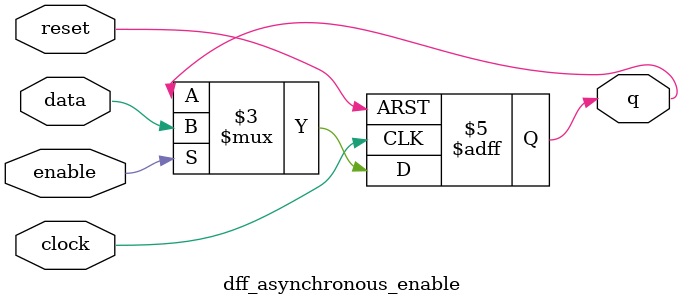
<source format=v>
module dff_asynchronous_enable(q, reset, clock, enable,data);// d_flipflop with asynchronous reset
   input reset, clock, data, enable;
   output q;
   reg 	  q;

   always @ (posedge clock or negedge reset)
     begin
	if(reset == 0)
	  q <= 0;
	else
	  if (enable)
            q <= data;
     end
   
endmodule // dff_asynchronous_enable

</source>
